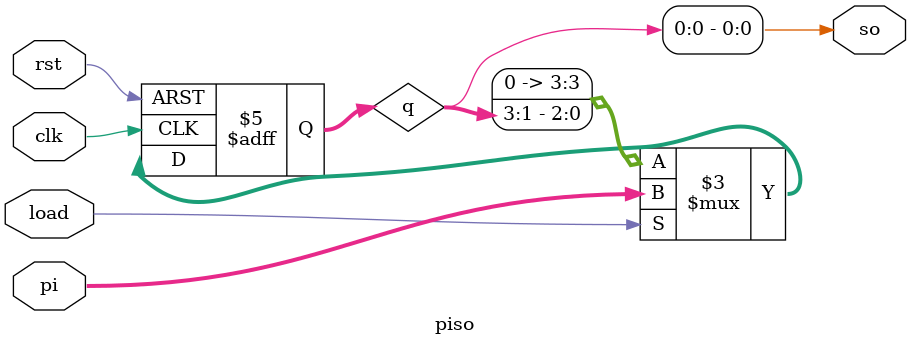
<source format=v>
module piso(so,pi,clk,rst,load);
output so;
input [3:0] pi;
input clk,rst,load;
reg [3:0] q;

always@(posedge clk or posedge rst)
begin
if(rst)
q<=4'b0;
else if(load)
q<=pi;
else
q<={1'b0,q[3:1]};
end
assign so=q[0];

endmodule

</source>
